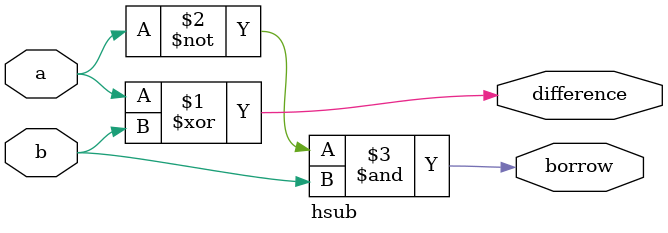
<source format=v>
module hsub(a,b,difference,borrow);
input a,b;
output difference,borrow;
assign difference= (a ^ b);
assign borrow= ( ~a & b);
endmodule

</source>
